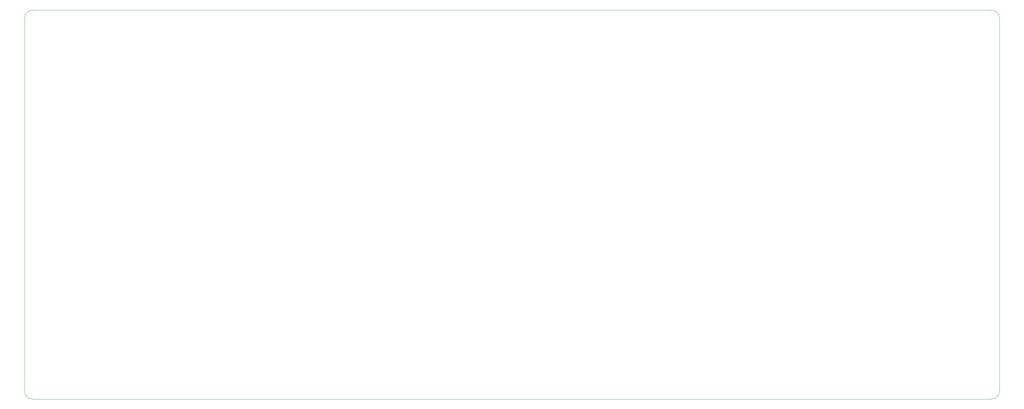
<source format=gm1>
G04 #@! TF.GenerationSoftware,KiCad,Pcbnew,(6.0.6-0)*
G04 #@! TF.CreationDate,2023-02-10T21:58:15+09:00*
G04 #@! TF.ProjectId,bottom-plate,626f7474-6f6d-42d7-906c-6174652e6b69,rev?*
G04 #@! TF.SameCoordinates,Original*
G04 #@! TF.FileFunction,Profile,NP*
%FSLAX46Y46*%
G04 Gerber Fmt 4.6, Leading zero omitted, Abs format (unit mm)*
G04 Created by KiCad (PCBNEW (6.0.6-0)) date 2023-02-10 21:58:15*
%MOMM*%
%LPD*%
G01*
G04 APERTURE LIST*
G04 #@! TA.AperFunction,Profile*
%ADD10C,0.100000*%
G04 #@! TD*
G04 APERTURE END LIST*
D10*
X302418750Y-133350050D02*
X21431250Y-133350050D01*
X304799950Y-21431300D02*
G75*
G03*
X302418750Y-19050050I-2381250J0D01*
G01*
X19050000Y-130968800D02*
X19050000Y-21431300D01*
X21431250Y-19050050D02*
X302418750Y-19050050D01*
X21431250Y-19050050D02*
G75*
G03*
X19050000Y-21431300I0J-2381250D01*
G01*
X19050000Y-130968800D02*
G75*
G03*
X21431250Y-133350050I2381250J0D01*
G01*
X304800000Y-21431300D02*
X304800000Y-130968800D01*
X302418750Y-133350100D02*
G75*
G03*
X304800000Y-130968800I-150J2381400D01*
G01*
M02*

</source>
